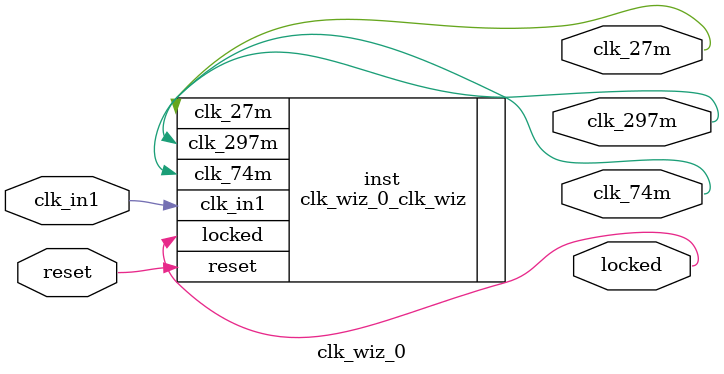
<source format=v>


`timescale 1ps/1ps

(* CORE_GENERATION_INFO = "clk_wiz_0,clk_wiz_v6_0_13_0_0,{component_name=clk_wiz_0,use_phase_alignment=false,use_min_o_jitter=false,use_max_i_jitter=false,use_dyn_phase_shift=false,use_inclk_switchover=false,use_dyn_reconfig=false,enable_axi=0,feedback_source=FDBK_AUTO,PRIMITIVE=MMCM,num_out_clk=3,clkin1_period=5.000,clkin2_period=10.0,use_power_down=false,use_reset=true,use_locked=true,use_inclk_stopped=false,feedback_type=SINGLE,CLOCK_MGR_TYPE=NA,manual_override=false}" *)

module clk_wiz_0 
 (
  // Clock out ports
  output        clk_27m,
  output        clk_297m,
  output        clk_74m,
  // Status and control signals
  input         reset,
  output        locked,
 // Clock in ports
  input         clk_in1
 );

  clk_wiz_0_clk_wiz inst
  (
  // Clock out ports  
  .clk_27m(clk_27m),
  .clk_297m(clk_297m),
  .clk_74m(clk_74m),
  // Status and control signals               
  .reset(reset), 
  .locked(locked),
 // Clock in ports
  .clk_in1(clk_in1)
  );

endmodule

</source>
